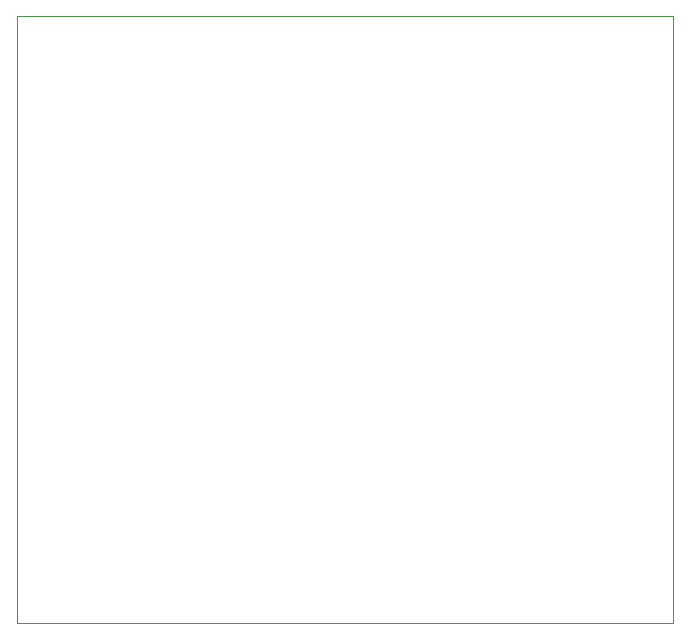
<source format=gbr>
%TF.GenerationSoftware,KiCad,Pcbnew,5.99.0-unknown-5c21f93803~130~ubuntu20.04.1*%
%TF.CreationDate,2021-06-27T12:50:21+02:00*%
%TF.ProjectId,ESP32-Reflow,45535033-322d-4526-9566-6c6f772e6b69,rev?*%
%TF.SameCoordinates,Original*%
%TF.FileFunction,Profile,NP*%
%FSLAX46Y46*%
G04 Gerber Fmt 4.6, Leading zero omitted, Abs format (unit mm)*
G04 Created by KiCad (PCBNEW 5.99.0-unknown-5c21f93803~130~ubuntu20.04.1) date 2021-06-27 12:50:21*
%MOMM*%
%LPD*%
G01*
G04 APERTURE LIST*
%TA.AperFunction,Profile*%
%ADD10C,0.100000*%
%TD*%
G04 APERTURE END LIST*
D10*
X159770000Y-75940000D02*
X104270000Y-75940000D01*
X104270000Y-75940000D02*
X104270000Y-127390000D01*
X104270000Y-127390000D02*
X159770000Y-127390000D01*
X159770000Y-127390000D02*
X159770000Y-75940000D01*
M02*

</source>
